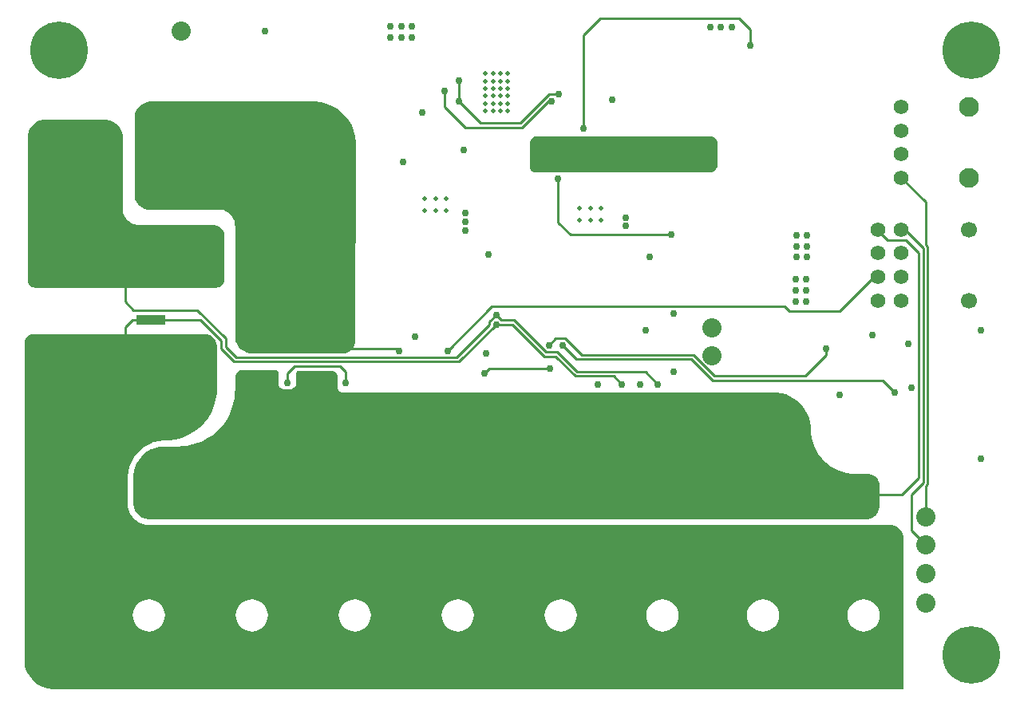
<source format=gbl>
G04*
G04 #@! TF.GenerationSoftware,Altium Limited,Altium Designer,18.1.9 (240)*
G04*
G04 Layer_Physical_Order=4*
G04 Layer_Color=16711680*
%FSLAX25Y25*%
%MOIN*%
G70*
G01*
G75*
%ADD13C,0.01000*%
%ADD83C,0.08268*%
%ADD84C,0.06142*%
%ADD85C,0.02000*%
%ADD86C,0.06693*%
%ADD87C,0.08000*%
%ADD88C,0.37402*%
%ADD89C,0.11024*%
%ADD90C,0.24016*%
%ADD91C,0.03000*%
%ADD92C,0.04000*%
%ADD107R,0.03937X0.03937*%
G36*
X226946Y348281D02*
X229237Y347667D01*
X231428Y346760D01*
X233482Y345574D01*
X235363Y344130D01*
X237040Y342453D01*
X238483Y340572D01*
X239669Y338518D01*
X240577Y336327D01*
X241190Y334037D01*
X241500Y331685D01*
X241500Y330500D01*
X241500Y330500D01*
X241044Y248056D01*
X241041Y247606D01*
X240861Y246725D01*
X240514Y245896D01*
X240012Y245150D01*
X239374Y244516D01*
X238625Y244018D01*
X237794Y243675D01*
X236912Y243500D01*
X236462Y243500D01*
X236462Y243500D01*
X198000Y243500D01*
X197310Y243500D01*
X195958Y243769D01*
X194684Y244297D01*
X193538Y245063D01*
X192563Y246038D01*
X191797Y247184D01*
X191269Y248458D01*
X191000Y249811D01*
X191000Y250500D01*
X191000Y250500D01*
Y296500D01*
X190966Y297186D01*
X190699Y298532D01*
X190173Y299800D01*
X189411Y300941D01*
X188441Y301911D01*
X187300Y302674D01*
X186032Y303199D01*
X184686Y303466D01*
X184000Y303500D01*
X184000Y303500D01*
X155000D01*
X154409Y303500D01*
X153250Y303731D01*
X152158Y304183D01*
X151175Y304839D01*
X150339Y305675D01*
X149683Y306658D01*
X149231Y307750D01*
X149000Y308909D01*
X149000Y309500D01*
Y309500D01*
Y341500D01*
X149000Y342198D01*
X149273Y343568D01*
X149807Y344859D01*
X150583Y346020D01*
X151570Y347007D01*
X152732Y347783D01*
X154022Y348318D01*
X155392Y348590D01*
X156090Y348590D01*
X156090Y348590D01*
X223409Y348590D01*
X224595Y348590D01*
X226946Y348281D01*
D02*
G37*
G36*
X138688Y340712D02*
X140053Y340146D01*
X141281Y339326D01*
X142326Y338281D01*
X143146Y337053D01*
X143712Y335688D01*
X144000Y334239D01*
X144000Y333500D01*
X144000Y333500D01*
Y304000D01*
X144034Y303314D01*
X144301Y301968D01*
X144826Y300700D01*
X145589Y299559D01*
X146559Y298589D01*
X147700Y297827D01*
X148968Y297301D01*
X150314Y297034D01*
X151000Y297000D01*
X151000D01*
X182000Y297000D01*
X182443Y297000D01*
X183313Y296827D01*
X184132Y296488D01*
X184869Y295995D01*
X185495Y295369D01*
X185988Y294632D01*
X186327Y293813D01*
X186500Y292943D01*
X186500Y292500D01*
X186500Y292500D01*
X186500Y274403D01*
X186500Y274040D01*
X186358Y273329D01*
X186081Y272659D01*
X185678Y272056D01*
X185165Y271543D01*
X184562Y271140D01*
X183892Y270862D01*
X183180Y270720D01*
X182817Y270721D01*
X107780D01*
X107457Y270721D01*
X106823Y270847D01*
X106226Y271094D01*
X105689Y271453D01*
X105232Y271909D01*
X104873Y272447D01*
X104626Y273043D01*
X104500Y273677D01*
X104500Y274000D01*
X104500Y274000D01*
Y334000D01*
X104500Y334689D01*
X104769Y336042D01*
X105297Y337316D01*
X106063Y338462D01*
X107038Y339437D01*
X108184Y340203D01*
X109458Y340731D01*
X110810Y341000D01*
X111500Y341000D01*
X111500Y341000D01*
X136500Y341000D01*
X137239Y341000D01*
X138688Y340712D01*
D02*
G37*
G36*
X390375Y333885D02*
X390921Y333659D01*
X391412Y333330D01*
X391830Y332912D01*
X392159Y332421D01*
X392385Y331875D01*
X392500Y331295D01*
X392500Y331000D01*
X392500Y331000D01*
X392500Y322500D01*
X392500Y322155D01*
X392366Y321479D01*
X392102Y320842D01*
X391719Y320269D01*
X391231Y319781D01*
X390658Y319398D01*
X390021Y319134D01*
X389345Y319000D01*
X389000Y319000D01*
X389000D01*
X316500Y319000D01*
X316003D01*
X315084Y319381D01*
X314381Y320084D01*
X314000Y321003D01*
X314000Y321500D01*
X314000D01*
X314000Y331000D01*
X314000Y331295D01*
X314115Y331875D01*
X314341Y332421D01*
X314670Y332912D01*
X315088Y333330D01*
X315579Y333659D01*
X316125Y333885D01*
X316705Y334000D01*
X317000Y334000D01*
X317000Y334000D01*
X389500Y334000D01*
X389795Y334000D01*
X390375Y333885D01*
D02*
G37*
G36*
X178000Y251500D02*
X178523Y251500D01*
X179550Y251296D01*
X180516Y250895D01*
X181386Y250314D01*
X182126Y249574D01*
X182708Y248704D01*
X183108Y247737D01*
X183312Y246711D01*
X183312Y246187D01*
X183312D01*
X183313Y228203D01*
X183313Y226815D01*
X182950Y224063D01*
X182232Y221382D01*
X181170Y218818D01*
X179782Y216414D01*
X178092Y214212D01*
X176129Y212249D01*
X173927Y210559D01*
X171524Y209171D01*
X168959Y208109D01*
X166278Y207391D01*
X163526Y207029D01*
X162138Y207029D01*
X162138Y207029D01*
X162138Y207029D01*
X161083Y206994D01*
X158990Y206718D01*
X156951Y206172D01*
X155000Y205364D01*
X153172Y204309D01*
X151497Y203024D01*
X150005Y201531D01*
X148720Y199856D01*
X147664Y198028D01*
X146856Y196078D01*
X146310Y194039D01*
X146035Y191946D01*
X146000Y190890D01*
Y180600D01*
X146044Y179711D01*
X146391Y177967D01*
X147071Y176324D01*
X148059Y174845D01*
X149317Y173588D01*
X150795Y172600D01*
X152438Y171919D01*
X154183Y171572D01*
X155072Y171529D01*
X464971Y171528D01*
X465467Y171529D01*
X466438Y171335D01*
X467353Y170956D01*
X468177Y170406D01*
X468877Y169705D01*
X469428Y168882D01*
X469807Y167967D01*
X470000Y166995D01*
X470000Y166500D01*
X470000Y166500D01*
X470000Y166500D01*
Y103029D01*
X115471Y103029D01*
X114654Y103029D01*
X113033Y103242D01*
X111454Y103665D01*
X109944Y104291D01*
X108528Y105108D01*
X107231Y106103D01*
X106075Y107259D01*
X105079Y108556D01*
X104262Y109972D01*
X103637Y111483D01*
X103213Y113062D01*
X103000Y114683D01*
X103000Y115500D01*
X103000Y115500D01*
Y247500D01*
Y247894D01*
X103154Y248667D01*
X103455Y249395D01*
X103893Y250050D01*
X104450Y250607D01*
X105105Y251045D01*
X105833Y251346D01*
X106606Y251500D01*
X107000Y251500D01*
X107000Y251500D01*
X178000Y251500D01*
D02*
G37*
G36*
X208622Y236240D02*
X208867Y235994D01*
X209000Y235673D01*
X209000Y235500D01*
X209000Y235500D01*
Y230500D01*
X209038Y230110D01*
X209337Y229389D01*
X209889Y228837D01*
X210610Y228538D01*
X211000Y228500D01*
X211000Y228500D01*
X214500Y228500D01*
X214890Y228538D01*
X215611Y228837D01*
X216163Y229389D01*
X216461Y230110D01*
X216500Y230500D01*
X216500Y230500D01*
Y235000D01*
Y235199D01*
X216652Y235566D01*
X216933Y235847D01*
X217301Y236000D01*
X217500Y236000D01*
X217500Y236000D01*
X231500Y236000D01*
X231975Y236000D01*
X232854Y235636D01*
X233526Y234964D01*
X233890Y234085D01*
X233890Y233610D01*
X233890Y233610D01*
Y229110D01*
X233930Y228698D01*
X234245Y227938D01*
X234827Y227356D01*
X235588Y227041D01*
X236000Y227000D01*
X236000D01*
X416000Y227000D01*
X417016Y227000D01*
X419030Y226735D01*
X420993Y226209D01*
X422870Y225431D01*
X424630Y224415D01*
X426242Y223179D01*
X427678Y221742D01*
X428915Y220130D01*
X429931Y218370D01*
X430709Y216493D01*
X431235Y214530D01*
X431500Y212516D01*
X431500Y211500D01*
X431500Y211500D01*
X431540Y210290D01*
X431855Y207891D01*
X432482Y205553D01*
X433408Y203318D01*
X434618Y201222D01*
X436091Y199302D01*
X437802Y197591D01*
X439722Y196118D01*
X441818Y194908D01*
X444053Y193982D01*
X446391Y193356D01*
X448790Y193040D01*
X450000Y193000D01*
X450000D01*
X455500Y193000D01*
X455943D01*
X456813Y192827D01*
X457631Y192488D01*
X458369Y191995D01*
X458995Y191369D01*
X459488Y190631D01*
X459827Y189813D01*
X460000Y188943D01*
X460000Y188500D01*
X460000Y188500D01*
X460000Y179500D01*
Y178958D01*
X459789Y177896D01*
X459374Y176895D01*
X458772Y175994D01*
X458006Y175228D01*
X457105Y174626D01*
X456104Y174211D01*
X455042Y174000D01*
X155500D01*
X154811Y174000D01*
X153458Y174269D01*
X152184Y174797D01*
X151038Y175563D01*
X150063Y176538D01*
X149297Y177684D01*
X148769Y178958D01*
X148500Y180310D01*
X148500Y181000D01*
Y181000D01*
X148500Y191439D01*
Y192295D01*
X148723Y193993D01*
X149167Y195647D01*
X149822Y197228D01*
X150678Y198711D01*
X151720Y200069D01*
X152931Y201280D01*
X154289Y202322D01*
X155772Y203178D01*
X157353Y203833D01*
X159007Y204276D01*
X160705Y204500D01*
X161561D01*
X161561Y204500D01*
X167500Y204500D01*
X168653Y204528D01*
X170948Y204754D01*
X173210Y205204D01*
X175417Y205874D01*
X177548Y206756D01*
X179581Y207843D01*
X181499Y209125D01*
X183282Y210588D01*
X184912Y212218D01*
X186375Y214001D01*
X187657Y215919D01*
X188744Y217952D01*
X189626Y220083D01*
X190296Y222290D01*
X190746Y224552D01*
X190972Y226847D01*
X191000Y228000D01*
X191000Y228000D01*
Y233361D01*
Y233657D01*
X191116Y234239D01*
X191343Y234787D01*
X191672Y235281D01*
X192092Y235700D01*
X192585Y236030D01*
X193133Y236257D01*
X193715Y236373D01*
X194012Y236373D01*
X194012Y236373D01*
X208127Y236373D01*
X208301D01*
X208622Y236240D01*
D02*
G37*
%LPC*%
G36*
X453500Y140596D02*
X452185Y140467D01*
X450921Y140083D01*
X449757Y139461D01*
X448736Y138623D01*
X447898Y137602D01*
X447275Y136437D01*
X446891Y135173D01*
X446762Y133858D01*
X446891Y132544D01*
X447275Y131280D01*
X447898Y130115D01*
X448736Y129094D01*
X449757Y128256D01*
X450921Y127633D01*
X452185Y127250D01*
X453500Y127120D01*
X454814Y127250D01*
X456078Y127633D01*
X457243Y128256D01*
X458264Y129094D01*
X459102Y130115D01*
X459725Y131280D01*
X460109Y132544D01*
X460238Y133858D01*
X460109Y135173D01*
X459725Y136437D01*
X459102Y137602D01*
X458264Y138623D01*
X457243Y139461D01*
X456078Y140083D01*
X454814Y140467D01*
X453500Y140596D01*
D02*
G37*
G36*
X411500D02*
X410185Y140467D01*
X408921Y140083D01*
X407757Y139461D01*
X406736Y138623D01*
X405898Y137602D01*
X405275Y136437D01*
X404891Y135173D01*
X404762Y133858D01*
X404891Y132544D01*
X405275Y131280D01*
X405898Y130115D01*
X406736Y129094D01*
X407757Y128256D01*
X408921Y127633D01*
X410185Y127250D01*
X411500Y127120D01*
X412815Y127250D01*
X414079Y127633D01*
X415243Y128256D01*
X416264Y129094D01*
X417102Y130115D01*
X417725Y131280D01*
X418109Y132544D01*
X418238Y133858D01*
X418109Y135173D01*
X417725Y136437D01*
X417102Y137602D01*
X416264Y138623D01*
X415243Y139461D01*
X414079Y140083D01*
X412815Y140467D01*
X411500Y140596D01*
D02*
G37*
G36*
X369500D02*
X368185Y140467D01*
X366921Y140083D01*
X365757Y139461D01*
X364736Y138623D01*
X363898Y137602D01*
X363275Y136437D01*
X362892Y135173D01*
X362762Y133858D01*
X362892Y132544D01*
X363275Y131280D01*
X363898Y130115D01*
X364736Y129094D01*
X365757Y128256D01*
X366921Y127633D01*
X368185Y127250D01*
X369500Y127120D01*
X370814Y127250D01*
X372078Y127633D01*
X373243Y128256D01*
X374265Y129094D01*
X375102Y130115D01*
X375725Y131280D01*
X376109Y132544D01*
X376238Y133858D01*
X376109Y135173D01*
X375725Y136437D01*
X375102Y137602D01*
X374265Y138623D01*
X373243Y139461D01*
X372078Y140083D01*
X370814Y140467D01*
X369500Y140596D01*
D02*
G37*
G36*
X327000D02*
X325686Y140467D01*
X324422Y140083D01*
X323257Y139461D01*
X322235Y138623D01*
X321398Y137602D01*
X320775Y136437D01*
X320392Y135173D01*
X320262Y133858D01*
X320392Y132544D01*
X320775Y131280D01*
X321398Y130115D01*
X322235Y129094D01*
X323257Y128256D01*
X324422Y127633D01*
X325686Y127250D01*
X327000Y127120D01*
X328314Y127250D01*
X329578Y127633D01*
X330743Y128256D01*
X331765Y129094D01*
X332602Y130115D01*
X333225Y131280D01*
X333609Y132544D01*
X333738Y133858D01*
X333609Y135173D01*
X333225Y136437D01*
X332602Y137602D01*
X331765Y138623D01*
X330743Y139461D01*
X329578Y140083D01*
X328314Y140467D01*
X327000Y140596D01*
D02*
G37*
G36*
X284000D02*
X282685Y140467D01*
X281421Y140083D01*
X280257Y139461D01*
X279236Y138623D01*
X278398Y137602D01*
X277775Y136437D01*
X277392Y135173D01*
X277262Y133858D01*
X277392Y132544D01*
X277775Y131280D01*
X278398Y130115D01*
X279236Y129094D01*
X280257Y128256D01*
X281421Y127633D01*
X282685Y127250D01*
X284000Y127120D01*
X285314Y127250D01*
X286578Y127633D01*
X287743Y128256D01*
X288765Y129094D01*
X289602Y130115D01*
X290225Y131280D01*
X290609Y132544D01*
X290738Y133858D01*
X290609Y135173D01*
X290225Y136437D01*
X289602Y137602D01*
X288765Y138623D01*
X287743Y139461D01*
X286578Y140083D01*
X285314Y140467D01*
X284000Y140596D01*
D02*
G37*
G36*
X241000D02*
X239686Y140467D01*
X238422Y140083D01*
X237257Y139461D01*
X236235Y138623D01*
X235398Y137602D01*
X234775Y136437D01*
X234391Y135173D01*
X234262Y133858D01*
X234391Y132544D01*
X234775Y131280D01*
X235398Y130115D01*
X236235Y129094D01*
X237257Y128256D01*
X238422Y127633D01*
X239686Y127250D01*
X241000Y127120D01*
X242315Y127250D01*
X243579Y127633D01*
X244743Y128256D01*
X245764Y129094D01*
X246602Y130115D01*
X247225Y131280D01*
X247608Y132544D01*
X247738Y133858D01*
X247608Y135173D01*
X247225Y136437D01*
X246602Y137602D01*
X245764Y138623D01*
X244743Y139461D01*
X243579Y140083D01*
X242315Y140467D01*
X241000Y140596D01*
D02*
G37*
G36*
X198000D02*
X196686Y140467D01*
X195422Y140083D01*
X194257Y139461D01*
X193236Y138623D01*
X192398Y137602D01*
X191775Y136437D01*
X191392Y135173D01*
X191262Y133858D01*
X191392Y132544D01*
X191775Y131280D01*
X192398Y130115D01*
X193236Y129094D01*
X194257Y128256D01*
X195422Y127633D01*
X196686Y127250D01*
X198000Y127120D01*
X199314Y127250D01*
X200578Y127633D01*
X201743Y128256D01*
X202765Y129094D01*
X203602Y130115D01*
X204225Y131280D01*
X204608Y132544D01*
X204738Y133858D01*
X204608Y135173D01*
X204225Y136437D01*
X203602Y137602D01*
X202765Y138623D01*
X201743Y139461D01*
X200578Y140083D01*
X199314Y140467D01*
X198000Y140596D01*
D02*
G37*
G36*
X155000D02*
X153685Y140467D01*
X152421Y140083D01*
X151257Y139461D01*
X150235Y138623D01*
X149398Y137602D01*
X148775Y136437D01*
X148391Y135173D01*
X148262Y133858D01*
X148391Y132544D01*
X148775Y131280D01*
X149398Y130115D01*
X150235Y129094D01*
X151257Y128256D01*
X152421Y127633D01*
X153685Y127250D01*
X155000Y127120D01*
X156315Y127250D01*
X157579Y127633D01*
X158743Y128256D01*
X159765Y129094D01*
X160602Y130115D01*
X161225Y131280D01*
X161609Y132544D01*
X161738Y133858D01*
X161609Y135173D01*
X161225Y136437D01*
X160602Y137602D01*
X159765Y138623D01*
X158743Y139461D01*
X157579Y140083D01*
X156315Y140467D01*
X155000Y140596D01*
D02*
G37*
%LPD*%
D13*
X469250Y316815D02*
X479500Y306565D01*
X459390Y294610D02*
X463343Y290657D01*
X476500Y191197D02*
Y285199D01*
X471043Y290657D02*
X476500Y285199D01*
X463343Y290657D02*
X471043D01*
X469232Y296528D02*
X478500Y287260D01*
Y189500D02*
Y287260D01*
X459390Y295028D02*
Y296528D01*
Y294610D02*
Y295028D01*
X401500Y383500D02*
X406250Y378750D01*
Y372000D02*
Y378750D01*
X343500Y383500D02*
X401500D01*
X336500Y376500D02*
X343500Y383500D01*
X287255Y337745D02*
X310746D01*
X278500Y346500D02*
X287255Y337745D01*
X278398Y353067D02*
X278500Y352965D01*
Y346500D02*
Y352965D01*
X284500Y348532D02*
Y357500D01*
X310746Y337745D02*
X321749Y348748D01*
X323256D01*
X322155Y351700D02*
X326167D01*
X310000Y339545D02*
X322155Y351700D01*
X293455Y339545D02*
X310000D01*
X292000Y341000D02*
X293455Y339545D01*
X292000Y341000D02*
Y341032D01*
X284500Y348532D02*
X292000Y341032D01*
X422512Y261000D02*
X443547D01*
X420512Y263000D02*
X422512Y261000D01*
X298181Y263000D02*
X420512D01*
X279681Y244500D02*
X298181Y263000D01*
X443547Y261000D02*
X459390Y276842D01*
X479500Y187954D02*
X480300Y188754D01*
Y288005D01*
X479500Y175000D02*
Y187954D01*
Y175000D02*
X479500Y175000D01*
X479500Y288805D02*
Y306565D01*
Y288805D02*
X480300Y288005D01*
X473500Y169500D02*
X479500Y163500D01*
X473500Y184500D02*
X478500Y189500D01*
X473500Y169500D02*
Y184500D01*
X236143Y245500D02*
X258477D01*
X259500Y244477D01*
X295260Y234964D02*
X297296Y237000D01*
X322607D01*
X284377Y239877D02*
X300000Y255500D01*
X185182Y245318D02*
X190623Y239877D01*
X283631Y241677D02*
X297200Y255246D01*
X187016Y246030D02*
X191369Y241677D01*
X283631D01*
X190623Y239877D02*
X284377D01*
X469555Y184252D02*
X476500Y191197D01*
X453500Y184252D02*
X469555D01*
X307496Y257300D02*
X320840Y243956D01*
X302160Y257300D02*
X307496D01*
X300000Y255500D02*
X306750D01*
X333014Y234000D02*
X349122D01*
X324858Y242156D02*
X333014Y234000D01*
X320095Y242156D02*
X324858D01*
X306750Y255500D02*
X320095Y242156D01*
X320840Y243956D02*
X325603D01*
X333759Y235800D01*
X362322D01*
X300000Y259460D02*
X302160Y257300D01*
X300000Y259460D02*
Y259500D01*
X429000Y234000D02*
X437802Y242802D01*
X391046Y234000D02*
X429000D01*
X437802Y242802D02*
Y245177D01*
X297200Y256660D02*
X300000Y259460D01*
X297200Y255246D02*
Y256660D01*
X148356Y261500D02*
X175046D01*
X145000Y264856D02*
X148356Y261500D01*
X145000Y264856D02*
Y273677D01*
X175046Y261500D02*
X187016Y249530D01*
X145000Y248264D02*
Y254436D01*
X148064Y257500D01*
X151856D01*
Y246012D02*
X152000D01*
X159856Y257500D02*
X176500D01*
X187016Y246030D02*
Y249530D01*
X176500Y257500D02*
X185182Y248818D01*
Y245318D02*
Y248818D01*
X362322Y235800D02*
X367622Y230500D01*
X349122Y234000D02*
X352622Y230500D01*
X331000Y293000D02*
X373000D01*
X325949Y298051D02*
X331000Y293000D01*
X325949Y298051D02*
Y316184D01*
X336500Y337256D02*
Y376500D01*
X387846Y237200D02*
X391046Y234000D01*
X387805Y237200D02*
X387846D01*
X384700Y240305D02*
X387805Y237200D01*
X384700Y240305D02*
Y240346D01*
X382363Y242683D02*
X384700Y240346D01*
X335817Y242683D02*
X382363D01*
X390459Y232000D02*
X461626D01*
X382900Y239559D02*
X390459Y232000D01*
X382900Y239559D02*
Y239600D01*
X381617Y240883D02*
X382900Y239600D01*
X328944Y249556D02*
X335817Y242683D01*
X324800Y249556D02*
X328944D01*
X322000Y246756D02*
X324800Y249556D01*
X461626Y232000D02*
X466614Y227012D01*
X333617Y240883D02*
X381617D01*
X327744Y246756D02*
X333617Y240883D01*
X237127Y231070D02*
Y235579D01*
X234648Y238059D02*
X237127Y235579D01*
X215887Y238059D02*
X234648D01*
X212910Y235082D02*
X215887Y238059D01*
X212910Y231137D02*
Y235082D01*
D83*
X497400Y346342D02*
D03*
Y316815D02*
D03*
D84*
X469250Y346342D02*
D03*
Y336500D02*
D03*
Y326658D02*
D03*
Y316815D02*
D03*
X469232Y275342D02*
D03*
Y285185D02*
D03*
X459390Y295028D02*
D03*
Y285185D02*
D03*
Y275342D02*
D03*
X469232Y295028D02*
D03*
Y265500D02*
D03*
X459390D02*
D03*
D85*
X304894Y360219D02*
D03*
Y357119D02*
D03*
Y354018D02*
D03*
Y350919D02*
D03*
Y347818D02*
D03*
Y344719D02*
D03*
X301794Y360219D02*
D03*
Y357119D02*
D03*
Y354018D02*
D03*
Y350919D02*
D03*
Y347818D02*
D03*
Y344719D02*
D03*
X298694Y360219D02*
D03*
Y357119D02*
D03*
Y354018D02*
D03*
Y350919D02*
D03*
Y347818D02*
D03*
Y344719D02*
D03*
X295594Y360219D02*
D03*
Y357119D02*
D03*
Y354018D02*
D03*
Y350919D02*
D03*
Y347818D02*
D03*
Y344719D02*
D03*
X334776Y304059D02*
D03*
X343831Y298941D02*
D03*
X343831Y304059D02*
D03*
X334776Y298941D02*
D03*
X339500D02*
D03*
Y304059D02*
D03*
X274894Y302941D02*
D03*
X270170D02*
D03*
X274894Y308059D02*
D03*
X279225D02*
D03*
X279225Y302941D02*
D03*
X270170Y308059D02*
D03*
D86*
X497500Y295028D02*
D03*
Y265500D02*
D03*
D87*
X390000Y254000D02*
D03*
X168500Y378000D02*
D03*
X118500Y153500D02*
D03*
X479500Y139000D02*
D03*
X118500Y142000D02*
D03*
X479500Y175000D02*
D03*
Y163500D02*
D03*
X390000Y242500D02*
D03*
X479500Y151500D02*
D03*
D88*
X124000Y322500D02*
D03*
X168000D02*
D03*
D89*
X198000Y162598D02*
D03*
Y184252D02*
D03*
X155000Y162598D02*
D03*
Y184252D02*
D03*
X284000Y162598D02*
D03*
Y184252D02*
D03*
X241000Y162598D02*
D03*
Y184252D02*
D03*
X369500Y162598D02*
D03*
Y184252D02*
D03*
X327000Y162598D02*
D03*
Y184252D02*
D03*
X453500Y162598D02*
D03*
Y184252D02*
D03*
X411500Y162598D02*
D03*
Y184252D02*
D03*
D90*
X498500Y370000D02*
D03*
X117500D02*
D03*
X498500Y117500D02*
D03*
X117500D02*
D03*
D91*
X406250Y372000D02*
D03*
X278398Y353067D02*
D03*
X326167Y351700D02*
D03*
X284500Y357500D02*
D03*
X425030Y265153D02*
D03*
X429423D02*
D03*
X425030Y269697D02*
D03*
X429423D02*
D03*
X425030Y274288D02*
D03*
X429423D02*
D03*
X425538Y283540D02*
D03*
Y288084D02*
D03*
Y292675D02*
D03*
X429931Y283540D02*
D03*
Y288084D02*
D03*
Y292675D02*
D03*
X295260Y234964D02*
D03*
X259500Y244477D02*
D03*
X342500Y230500D02*
D03*
X295815Y243500D02*
D03*
X322607Y237000D02*
D03*
X279681Y244500D02*
D03*
X198143Y245395D02*
D03*
X202643Y245407D02*
D03*
X207143D02*
D03*
X211643Y245395D02*
D03*
X236143Y245500D02*
D03*
X231643Y245512D02*
D03*
X227143D02*
D03*
X222643Y245500D02*
D03*
X367622Y230500D02*
D03*
X352622D02*
D03*
X360000D02*
D03*
X389366Y379750D02*
D03*
X393956D02*
D03*
X398500D02*
D03*
X255754Y379893D02*
D03*
X260345D02*
D03*
X264888D02*
D03*
X255754Y375500D02*
D03*
X260345D02*
D03*
X264888D02*
D03*
X296738Y284622D02*
D03*
X287000Y294639D02*
D03*
X287116Y298254D02*
D03*
Y301911D02*
D03*
X364000Y283592D02*
D03*
X354000Y296828D02*
D03*
Y299898D02*
D03*
X373000Y293000D02*
D03*
X325949Y316184D02*
D03*
X389675Y331699D02*
D03*
Y327108D02*
D03*
Y322565D02*
D03*
X385282Y331699D02*
D03*
Y327108D02*
D03*
Y322565D02*
D03*
X317107Y321956D02*
D03*
Y326500D02*
D03*
Y331091D02*
D03*
X321500Y321956D02*
D03*
Y326500D02*
D03*
Y331091D02*
D03*
X336500Y337256D02*
D03*
X348377Y349500D02*
D03*
X323256Y348748D02*
D03*
X284500Y348532D02*
D03*
X266000Y250328D02*
D03*
X269159Y344000D02*
D03*
X261000Y323500D02*
D03*
X286547Y328500D02*
D03*
X203500Y378000D02*
D03*
X327744Y246756D02*
D03*
X322000D02*
D03*
X457222Y251000D02*
D03*
X472000Y247500D02*
D03*
X437802Y245177D02*
D03*
X466614Y227012D02*
D03*
X473500Y229000D02*
D03*
X443386Y226114D02*
D03*
X502500Y253000D02*
D03*
Y199500D02*
D03*
X374265Y260000D02*
D03*
Y235744D02*
D03*
X362500Y252953D02*
D03*
X300000Y259500D02*
D03*
Y255500D02*
D03*
X222500Y231070D02*
D03*
X218500Y231000D02*
D03*
X212910Y231137D02*
D03*
X237127Y231070D02*
D03*
X197860Y231012D02*
D03*
X193360Y231000D02*
D03*
X202360Y231012D02*
D03*
X206860Y231000D02*
D03*
X198143Y223433D02*
D03*
X202643D02*
D03*
X193643Y223421D02*
D03*
X207143D02*
D03*
X231643Y223526D02*
D03*
X218143D02*
D03*
X227143Y223538D02*
D03*
X222643D02*
D03*
X231360Y231105D02*
D03*
X226860Y231117D02*
D03*
X198143Y227012D02*
D03*
X202643D02*
D03*
X193643Y227000D02*
D03*
X207143D02*
D03*
X231643Y227105D02*
D03*
X218143D02*
D03*
X227143Y227117D02*
D03*
X222643D02*
D03*
X227000Y253512D02*
D03*
X222500Y249488D02*
D03*
X227000Y249500D02*
D03*
X231500D02*
D03*
Y253512D02*
D03*
X222500Y253500D02*
D03*
X236000D02*
D03*
Y249488D02*
D03*
X211500Y249383D02*
D03*
Y253395D02*
D03*
X198000D02*
D03*
X207000Y253407D02*
D03*
Y249395D02*
D03*
X202500D02*
D03*
X198000Y249383D02*
D03*
X202500Y253407D02*
D03*
X111000Y289488D02*
D03*
X120000Y289500D02*
D03*
Y285488D02*
D03*
X115500D02*
D03*
X111000Y285476D02*
D03*
X115500Y289500D02*
D03*
X120000Y280988D02*
D03*
X115500D02*
D03*
X111000Y280976D02*
D03*
X120000Y276988D02*
D03*
X115500D02*
D03*
X111000Y276976D02*
D03*
X138500Y289488D02*
D03*
X134000D02*
D03*
X129500Y289476D02*
D03*
X138500Y285476D02*
D03*
X134000D02*
D03*
X129500Y285465D02*
D03*
X138500Y280988D02*
D03*
X134000D02*
D03*
X129500Y280976D02*
D03*
X138500Y276976D02*
D03*
X134000D02*
D03*
X129500Y276965D02*
D03*
X170500Y276976D02*
D03*
X175000Y276988D02*
D03*
X179500D02*
D03*
X170500Y280988D02*
D03*
X175000Y281000D02*
D03*
X179500D02*
D03*
X170500Y285476D02*
D03*
X175000Y285488D02*
D03*
X179500D02*
D03*
X170500Y289488D02*
D03*
X175000Y289500D02*
D03*
X179500D02*
D03*
X152000Y276988D02*
D03*
X156500Y277000D02*
D03*
X161000D02*
D03*
X152000Y280988D02*
D03*
X156500Y281000D02*
D03*
X161000D02*
D03*
X156500Y289512D02*
D03*
X152000Y285488D02*
D03*
X156500Y285500D02*
D03*
X161000D02*
D03*
Y289512D02*
D03*
X152000Y289500D02*
D03*
Y246012D02*
D03*
X161000Y246024D02*
D03*
Y242012D02*
D03*
X156500D02*
D03*
X152000Y242000D02*
D03*
X156500Y246024D02*
D03*
X161000Y237512D02*
D03*
X156500D02*
D03*
X152000Y237500D02*
D03*
X161000Y233512D02*
D03*
X156500D02*
D03*
X152000Y233500D02*
D03*
X179500Y246012D02*
D03*
X175000D02*
D03*
X170500Y246000D02*
D03*
X179500Y242000D02*
D03*
X175000D02*
D03*
X170500Y241988D02*
D03*
X179500Y237512D02*
D03*
X175000D02*
D03*
X170500Y237500D02*
D03*
X179500Y233500D02*
D03*
X175000D02*
D03*
X170500Y233488D02*
D03*
X129500Y233476D02*
D03*
X134000Y233488D02*
D03*
X138500D02*
D03*
X129500Y237488D02*
D03*
X134000Y237500D02*
D03*
X138500D02*
D03*
X129500Y241976D02*
D03*
X134000Y241988D02*
D03*
X138500D02*
D03*
X129500Y245988D02*
D03*
X134000Y246000D02*
D03*
X138500D02*
D03*
X111000Y233488D02*
D03*
X115500Y233500D02*
D03*
X120000D02*
D03*
X111000Y237488D02*
D03*
X115500Y237500D02*
D03*
X120000D02*
D03*
X115500Y246012D02*
D03*
X111000Y241988D02*
D03*
X115500Y242000D02*
D03*
X120000D02*
D03*
Y246012D02*
D03*
X111000Y246000D02*
D03*
D92*
X151856Y257500D02*
X159856D01*
D107*
D03*
X151856D02*
D03*
M02*

</source>
